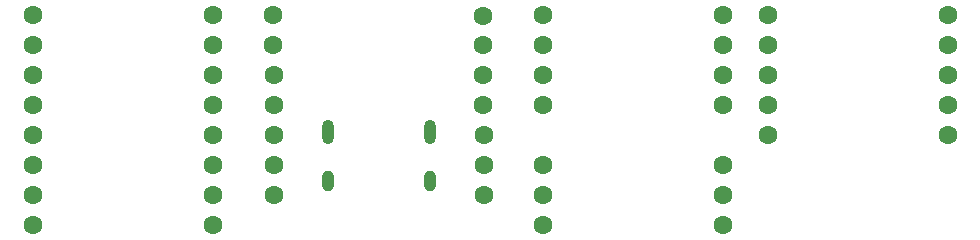
<source format=gbr>
%TF.GenerationSoftware,KiCad,Pcbnew,7.0.10*%
%TF.CreationDate,2024-01-22T07:53:42+01:00*%
%TF.ProjectId,smd_breadboard,736d645f-6272-4656-9164-626f6172642e,rev?*%
%TF.SameCoordinates,Original*%
%TF.FileFunction,Copper,L2,Bot*%
%TF.FilePolarity,Positive*%
%FSLAX46Y46*%
G04 Gerber Fmt 4.6, Leading zero omitted, Abs format (unit mm)*
G04 Created by KiCad (PCBNEW 7.0.10) date 2024-01-22 07:53:42*
%MOMM*%
%LPD*%
G01*
G04 APERTURE LIST*
%TA.AperFunction,ComponentPad*%
%ADD10C,1.600000*%
%TD*%
%TA.AperFunction,ComponentPad*%
%ADD11O,1.000000X1.800000*%
%TD*%
%TA.AperFunction,ComponentPad*%
%ADD12O,1.000000X2.100000*%
%TD*%
G04 APERTURE END LIST*
D10*
%TO.P,,2*%
%TO.N,N/C*%
X132080000Y-63500000D03*
%TD*%
%TO.P,,2*%
%TO.N,N/C*%
X149860000Y-63627000D03*
%TD*%
%TO.P,,2*%
%TO.N,N/C*%
X173990000Y-71120000D03*
%TD*%
%TO.P,,2*%
%TO.N,N/C*%
X132190000Y-73660000D03*
%TD*%
%TO.P,,2*%
%TO.N,N/C*%
X132080000Y-66040000D03*
%TD*%
%TO.P,,2*%
%TO.N,N/C*%
X189230000Y-66040000D03*
%TD*%
%TO.P,,2*%
%TO.N,N/C*%
X111760000Y-73660000D03*
%TD*%
D11*
%TO.P,USB4105-GF-A,S1,SHIELD*%
%TO.N,N/C*%
X145400000Y-77575000D03*
D12*
X145400000Y-73395000D03*
D11*
X136760000Y-77575000D03*
D12*
X136760000Y-73395000D03*
%TD*%
D10*
%TO.P,,2*%
%TO.N,N/C*%
X111760000Y-71120000D03*
%TD*%
%TO.P,,2*%
%TO.N,N/C*%
X154940000Y-78740000D03*
%TD*%
%TO.P,,2*%
%TO.N,N/C*%
X154940000Y-76200000D03*
%TD*%
%TO.P,,2*%
%TO.N,N/C*%
X154940000Y-66040000D03*
%TD*%
%TO.P,,2*%
%TO.N,N/C*%
X127000000Y-63500000D03*
%TD*%
%TO.P,,2*%
%TO.N,N/C*%
X132190000Y-76200000D03*
%TD*%
%TO.P,,2*%
%TO.N,N/C*%
X170180000Y-71120000D03*
%TD*%
%TO.P,,2*%
%TO.N,N/C*%
X149860000Y-68580000D03*
%TD*%
%TO.P,,2*%
%TO.N,N/C*%
X170180000Y-68580000D03*
%TD*%
%TO.P,,2*%
%TO.N,N/C*%
X149970000Y-76200000D03*
%TD*%
%TO.P,,2*%
%TO.N,N/C*%
X154940000Y-71120000D03*
%TD*%
%TO.P,,2*%
%TO.N,N/C*%
X170180000Y-76200000D03*
%TD*%
%TO.P,,2*%
%TO.N,N/C*%
X189230000Y-63500000D03*
%TD*%
%TO.P,,2*%
%TO.N,N/C*%
X132190000Y-78740000D03*
%TD*%
%TO.P,,2*%
%TO.N,N/C*%
X170180000Y-63500000D03*
%TD*%
%TO.P,,2*%
%TO.N,N/C*%
X111760000Y-78740000D03*
%TD*%
%TO.P,,2*%
%TO.N,N/C*%
X154940000Y-81280000D03*
%TD*%
%TO.P,,2*%
%TO.N,N/C*%
X127000000Y-66040000D03*
%TD*%
%TO.P,,2*%
%TO.N,N/C*%
X154940000Y-63500000D03*
%TD*%
%TO.P,,2*%
%TO.N,N/C*%
X149860000Y-66040000D03*
%TD*%
%TO.P,,2*%
%TO.N,N/C*%
X173990000Y-63500000D03*
%TD*%
%TO.P,,2*%
%TO.N,N/C*%
X149970000Y-78740000D03*
%TD*%
%TO.P,,2*%
%TO.N,N/C*%
X111760000Y-68580000D03*
%TD*%
%TO.P,,2*%
%TO.N,N/C*%
X170180000Y-81280000D03*
%TD*%
%TO.P,,2*%
%TO.N,N/C*%
X173990000Y-68580000D03*
%TD*%
%TO.P,,2*%
%TO.N,N/C*%
X132190000Y-71120000D03*
%TD*%
%TO.P,,2*%
%TO.N,N/C*%
X149860000Y-71120000D03*
%TD*%
%TO.P,,2*%
%TO.N,N/C*%
X111760000Y-81280000D03*
%TD*%
%TO.P,,2*%
%TO.N,N/C*%
X170180000Y-66040000D03*
%TD*%
%TO.P,,2*%
%TO.N,N/C*%
X111760000Y-63500000D03*
%TD*%
%TO.P,,2*%
%TO.N,N/C*%
X127000000Y-71120000D03*
%TD*%
%TO.P,,2*%
%TO.N,N/C*%
X189230000Y-73660000D03*
%TD*%
%TO.P,,2*%
%TO.N,N/C*%
X127000000Y-68580000D03*
%TD*%
%TO.P,,2*%
%TO.N,N/C*%
X132190000Y-68580000D03*
%TD*%
%TO.P,,2*%
%TO.N,N/C*%
X127000000Y-76200000D03*
%TD*%
%TO.P,,2*%
%TO.N,N/C*%
X127000000Y-78740000D03*
%TD*%
%TO.P,,2*%
%TO.N,N/C*%
X189230000Y-68580000D03*
%TD*%
%TO.P,,2*%
%TO.N,N/C*%
X173990000Y-73660000D03*
%TD*%
%TO.P,,2*%
%TO.N,N/C*%
X111760000Y-66040000D03*
%TD*%
%TO.P,,2*%
%TO.N,N/C*%
X173990000Y-66040000D03*
%TD*%
%TO.P,,2*%
%TO.N,N/C*%
X149970000Y-73660000D03*
%TD*%
%TO.P,,2*%
%TO.N,N/C*%
X170180000Y-78740000D03*
%TD*%
%TO.P,,2*%
%TO.N,N/C*%
X154940000Y-68580000D03*
%TD*%
%TO.P,,2*%
%TO.N,N/C*%
X189230000Y-71120000D03*
%TD*%
%TO.P,,2*%
%TO.N,N/C*%
X127000000Y-73660000D03*
%TD*%
%TO.P,,2*%
%TO.N,N/C*%
X127000000Y-81280000D03*
%TD*%
%TO.P,,2*%
%TO.N,N/C*%
X111760000Y-76200000D03*
%TD*%
M02*

</source>
